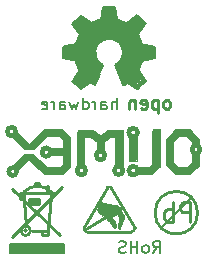
<source format=gbr>
G04 #@! TF.GenerationSoftware,KiCad,Pcbnew,5.1.0-unknown-223e24f~82~ubuntu18.04.1*
G04 #@! TF.CreationDate,2019-04-23T11:49:51+03:00*
G04 #@! TF.ProjectId,ESP32-ADF_Rev_B,45535033-322d-4414-9446-5f5265765f42,rev?*
G04 #@! TF.SameCoordinates,Original*
G04 #@! TF.FileFunction,Legend,Bot*
G04 #@! TF.FilePolarity,Positive*
%FSLAX46Y46*%
G04 Gerber Fmt 4.6, Leading zero omitted, Abs format (unit mm)*
G04 Created by KiCad (PCBNEW 5.1.0-unknown-223e24f~82~ubuntu18.04.1) date 2019-04-23 11:49:51*
%MOMM*%
%LPD*%
G04 APERTURE LIST*
%ADD10C,0.150000*%
%ADD11C,0.420000*%
%ADD12C,0.370000*%
%ADD13C,0.400000*%
%ADD14C,0.380000*%
%ADD15C,1.000000*%
%ADD16C,0.254000*%
%ADD17C,0.050000*%
%ADD18C,0.127000*%
%ADD19C,0.700000*%
%ADD20C,0.500000*%
%ADD21C,0.100000*%
%ADD22C,0.200000*%
%ADD23C,0.180000*%
G04 APERTURE END LIST*
D10*
X82460957Y-70208400D02*
X82794290Y-69732210D01*
X83032385Y-70208400D02*
X83032385Y-69208400D01*
X82651433Y-69208400D01*
X82556195Y-69256020D01*
X82508576Y-69303639D01*
X82460957Y-69398877D01*
X82460957Y-69541734D01*
X82508576Y-69636972D01*
X82556195Y-69684591D01*
X82651433Y-69732210D01*
X83032385Y-69732210D01*
X81889528Y-70208400D02*
X81984766Y-70160781D01*
X82032385Y-70113162D01*
X82080004Y-70017924D01*
X82080004Y-69732210D01*
X82032385Y-69636972D01*
X81984766Y-69589353D01*
X81889528Y-69541734D01*
X81746671Y-69541734D01*
X81651433Y-69589353D01*
X81603814Y-69636972D01*
X81556195Y-69732210D01*
X81556195Y-70017924D01*
X81603814Y-70113162D01*
X81651433Y-70160781D01*
X81746671Y-70208400D01*
X81889528Y-70208400D01*
X81127623Y-70208400D02*
X81127623Y-69208400D01*
X81127623Y-69684591D02*
X80556195Y-69684591D01*
X80556195Y-70208400D02*
X80556195Y-69208400D01*
X80127623Y-70160781D02*
X79984766Y-70208400D01*
X79746671Y-70208400D01*
X79651433Y-70160781D01*
X79603814Y-70113162D01*
X79556195Y-70017924D01*
X79556195Y-69922686D01*
X79603814Y-69827448D01*
X79651433Y-69779829D01*
X79746671Y-69732210D01*
X79937147Y-69684591D01*
X80032385Y-69636972D01*
X80080004Y-69589353D01*
X80127623Y-69494115D01*
X80127623Y-69398877D01*
X80080004Y-69303639D01*
X80032385Y-69256020D01*
X79937147Y-69208400D01*
X79699052Y-69208400D01*
X79556195Y-69256020D01*
D11*
X79966820Y-55801260D02*
X79415640Y-54378860D01*
D12*
X80312260Y-55615840D02*
X79994760Y-55821580D01*
D13*
X81102200Y-56164480D02*
X80322420Y-55633620D01*
D14*
X81678780Y-55626000D02*
X81114900Y-56164480D01*
D12*
X81663540Y-55626000D02*
X81130140Y-54792880D01*
X81488280Y-53865780D02*
X81130140Y-54749700D01*
X82466180Y-53624480D02*
X81516220Y-53842920D01*
D14*
X82456020Y-52847240D02*
X82461100Y-53634640D01*
D12*
X82468720Y-52834540D02*
X81450180Y-52654200D01*
X81419700Y-52618640D02*
X81071720Y-51752500D01*
X81648300Y-50850800D02*
X81092040Y-51701700D01*
D14*
X81658460Y-50827940D02*
X81158080Y-50294540D01*
D12*
X81109820Y-50269140D02*
X80281780Y-50921920D01*
X80220820Y-50911760D02*
X79375000Y-50505360D01*
X79115920Y-49471580D02*
X79321660Y-50485040D01*
X79123540Y-49458880D02*
X78338680Y-49458880D01*
X78356460Y-49479200D02*
X78143100Y-50497740D01*
X78143100Y-50497740D02*
X77241400Y-50947320D01*
X77228700Y-50942240D02*
X76324460Y-50307800D01*
X76324460Y-50309780D02*
X75770740Y-50855880D01*
X75770740Y-50858420D02*
X76387960Y-51648360D01*
X76387960Y-51648360D02*
X76047600Y-52585620D01*
X76047600Y-52585620D02*
X74965560Y-52814220D01*
X74965560Y-52814220D02*
X74965560Y-53649880D01*
X74965560Y-53649880D02*
X75979020Y-53820060D01*
X75979020Y-53820060D02*
X76385420Y-54731920D01*
X76334620Y-56179720D02*
X77170280Y-55613300D01*
X77170280Y-55613300D02*
X77508100Y-55798720D01*
X77508100Y-55798720D02*
X78082140Y-54358540D01*
X78071980Y-54356000D02*
G75*
G02X77701140Y-52491640I746760J1117600D01*
G01*
X77690980Y-52506880D02*
G75*
G02X79616300Y-52308760I1061720J-863600D01*
G01*
X79641700Y-52334160D02*
G75*
G02X79565500Y-54188360I-965200J-889000D01*
G01*
X76385420Y-54731920D02*
X75765660Y-55618380D01*
X76319380Y-56172100D02*
X75765660Y-55626000D01*
D10*
X79885540Y-55981600D02*
X79235300Y-54312820D01*
X80269080Y-55778400D02*
X79923640Y-55999380D01*
X80281780Y-55768240D02*
X81107280Y-56332120D01*
X81114900Y-56339740D02*
X81836260Y-55646320D01*
X81843880Y-55643780D02*
X81246980Y-54780180D01*
X82605880Y-53736240D02*
X81534000Y-53931820D01*
X82605880Y-52743100D02*
X82605880Y-53728620D01*
X82608420Y-52740560D02*
X81437480Y-52537360D01*
X81539080Y-52542440D02*
X81203800Y-51709320D01*
X81800700Y-50858420D02*
X81206340Y-51711860D01*
X81821020Y-50822860D02*
X81147920Y-50109120D01*
X81135220Y-50106580D02*
X80164940Y-50822860D01*
X80200500Y-50754280D02*
X79296260Y-50375820D01*
X79212440Y-49359820D02*
X79413100Y-50385980D01*
X79202280Y-49352200D02*
X78237080Y-49352200D01*
X78237080Y-49352200D02*
X78011020Y-50523140D01*
X78021180Y-50441860D02*
X77216000Y-50779680D01*
X77335380Y-50827940D02*
X76324460Y-50154840D01*
X76319380Y-50152300D02*
X75625960Y-50843180D01*
X75620880Y-50850800D02*
X76324460Y-51841400D01*
X76235560Y-51732180D02*
X75869800Y-52600860D01*
X74932540Y-53502560D02*
X76039980Y-53726080D01*
X74848720Y-52760880D02*
X74851260Y-53718460D01*
X75986640Y-53949600D02*
X74863960Y-53738780D01*
X75882500Y-53916580D02*
X76263500Y-54897020D01*
X75915520Y-55552340D02*
X76400660Y-56083200D01*
X76311760Y-56327040D02*
X75628500Y-55636160D01*
X77198220Y-55712360D02*
X76321920Y-56332120D01*
X76334620Y-56017160D02*
X77155040Y-55488840D01*
X77017880Y-55684420D02*
X77546200Y-56012080D01*
X77546200Y-56012080D02*
X77932280Y-55031640D01*
X77937360Y-54333140D02*
X77409040Y-55714900D01*
X82313780Y-52931060D02*
X82313780Y-53581300D01*
X82456020Y-52986940D02*
X81340960Y-52740560D01*
X80926940Y-51719480D02*
X81313020Y-52717700D01*
X80921860Y-51724560D02*
X81523840Y-50815240D01*
X81165700Y-50370740D02*
X80281780Y-51092100D01*
X77894180Y-54391560D02*
X77716380Y-54269640D01*
X77716380Y-54269640D02*
X77340460Y-53558440D01*
X77340460Y-53558440D02*
X77340460Y-53040280D01*
X77335380Y-53052980D02*
X77569060Y-52379880D01*
X77569060Y-52379880D02*
X78079600Y-51950620D01*
X78079600Y-51950620D02*
X78894940Y-51790600D01*
X78894940Y-51782980D02*
X79766160Y-52212240D01*
X79766160Y-52212240D02*
X80185260Y-52943760D01*
X80190340Y-52948840D02*
X80058260Y-53771800D01*
X80053180Y-53802280D02*
X79959200Y-53972460D01*
X80053180Y-53802280D02*
X79959200Y-53972460D01*
X79829660Y-54023260D02*
X79570580Y-54361080D01*
X79461360Y-54137560D02*
X79235300Y-54312820D01*
X77960220Y-54140100D02*
X78214220Y-54305200D01*
X78097380Y-54594760D02*
X78219300Y-54310280D01*
X80276700Y-51089560D02*
X79293720Y-50596800D01*
X79946500Y-54002940D02*
X79639160Y-54269640D01*
D15*
X80962500Y-55432960D02*
X80109060Y-54411880D01*
X81998820Y-53228240D02*
X80581500Y-53167280D01*
X81013300Y-50942240D02*
X79951580Y-52049680D01*
X78752700Y-49966880D02*
X78747620Y-51480720D01*
X76487020Y-51023520D02*
X77599540Y-52090320D01*
X75496420Y-53207920D02*
X76964540Y-53294280D01*
X80286860Y-55260240D02*
X79921100Y-54498240D01*
X80952340Y-54361080D02*
X80388460Y-53881020D01*
X81201260Y-53715920D02*
X80495140Y-53588920D01*
X80876140Y-52471320D02*
X80434180Y-52631340D01*
X80700880Y-51991260D02*
X80243680Y-52280820D01*
X79702660Y-51214020D02*
X79527400Y-51572160D01*
X79268320Y-50954940D02*
X79100680Y-51564540D01*
X78003400Y-50970180D02*
X78224380Y-51655980D01*
X77416660Y-51221640D02*
X77835760Y-51808380D01*
X76547980Y-52090320D02*
X77203300Y-52456080D01*
X76306680Y-52783740D02*
X77028040Y-52931060D01*
X77142340Y-53941980D02*
X76532740Y-54048660D01*
X77462380Y-54361080D02*
X76845160Y-54688740D01*
X77576680Y-54498240D02*
X76395580Y-55511700D01*
X77576680Y-54406800D02*
X77243940Y-55138320D01*
D16*
X78534260Y-64698880D02*
X76606400Y-68044060D01*
X80591660Y-68409820D02*
X76827380Y-68407280D01*
X80888840Y-68127880D02*
X78910180Y-64703960D01*
X78574900Y-64648080D02*
G75*
G02X78864460Y-64648080I144780J-144780D01*
G01*
X80891380Y-68163440D02*
G75*
G02X80670400Y-68404740I-231140J-10160D01*
G01*
X76819760Y-68407280D02*
G75*
G02X76596240Y-68112640I35560J259080D01*
G01*
D17*
X78534260Y-67376040D02*
X78656180Y-67464940D01*
X78656180Y-67464940D02*
X78712060Y-67513200D01*
X78712060Y-67513200D02*
X78795880Y-67607180D01*
X78872080Y-67724020D02*
X79118460Y-68140580D01*
X78795880Y-67607180D02*
X78872080Y-67724020D01*
X79118460Y-68140580D02*
X79197200Y-68127880D01*
X79199740Y-68127880D02*
X79232760Y-68107560D01*
X79237840Y-68102480D02*
X79255620Y-68080870D01*
X79255620Y-68079620D02*
X79273400Y-68031360D01*
X79273400Y-68031360D02*
X79283660Y-67957700D01*
X79283560Y-67957700D02*
X79286100Y-67830700D01*
X79286100Y-67830700D02*
X79270860Y-67696080D01*
X79270860Y-67696080D02*
X79237840Y-67574160D01*
X79237840Y-67569080D02*
X79194660Y-67480180D01*
X79194660Y-67480180D02*
X79141320Y-67401440D01*
X79141320Y-67401440D02*
X78894940Y-67177920D01*
X78897480Y-67180460D02*
X79392780Y-66875660D01*
X79392780Y-66875660D02*
X79471520Y-67015360D01*
X79471520Y-67015360D02*
X79555340Y-67139820D01*
X79555340Y-67139820D02*
X79557880Y-67198240D01*
X79560420Y-67198240D02*
X79545180Y-67266820D01*
X79545180Y-67266820D02*
X79557880Y-67553840D01*
X79557880Y-67553840D02*
X79527400Y-67612260D01*
X79527400Y-67612260D02*
X79496920Y-67696080D01*
X79496920Y-67696080D02*
X79474060Y-67820540D01*
X79474060Y-67820540D02*
X79466440Y-67932300D01*
X79466440Y-67932300D02*
X79481680Y-68046600D01*
X79481680Y-68046600D02*
X79512160Y-68115180D01*
X79512160Y-68115180D02*
X79552800Y-68148200D01*
X79552800Y-68148200D02*
X79593440Y-68158360D01*
X79593440Y-68158360D02*
X79634080Y-68143120D01*
X79639160Y-68140580D02*
X79667100Y-68110100D01*
X79667100Y-68110100D02*
X79954120Y-67294760D01*
X79956660Y-67297300D02*
X79969360Y-67236340D01*
X79969360Y-67233800D02*
X79969360Y-67119500D01*
X79969360Y-67116960D02*
X79954120Y-67025520D01*
X79954120Y-67022120D02*
X79885540Y-66882120D01*
X79885540Y-66885820D02*
X79753460Y-66682620D01*
X79555340Y-66362580D02*
X79461360Y-66243200D01*
X79461360Y-66243200D02*
X79418180Y-66197480D01*
X79415640Y-66194940D02*
X79382620Y-66172080D01*
X79382620Y-66172080D02*
X79311500Y-66151760D01*
X79311500Y-66151760D02*
X78648560Y-66062860D01*
X78648560Y-66062860D02*
X78376780Y-66014600D01*
X78374240Y-66017140D02*
X78259940Y-65968880D01*
X78259940Y-65968880D02*
X78087220Y-65859660D01*
X78082140Y-65859660D02*
X77678280Y-66558160D01*
X77678280Y-66558160D02*
X77810360Y-66680080D01*
X77812900Y-66682620D02*
X77911960Y-66824860D01*
X78018640Y-66934080D02*
X78229460Y-67132200D01*
X77906880Y-66822320D02*
X78021180Y-66936620D01*
D16*
X79405480Y-66339720D02*
X78262480Y-67005200D01*
X79199740Y-66273680D02*
X78176120Y-66911220D01*
X78927960Y-66205100D02*
X78038960Y-66779140D01*
X78625700Y-66169540D02*
X77927200Y-66629280D01*
X78361540Y-66126360D02*
X77825600Y-66512440D01*
X78206600Y-66060320D02*
X77980540Y-66250820D01*
X79308960Y-66271140D02*
X78331060Y-66126360D01*
X78122780Y-66009520D02*
X77942440Y-66306700D01*
X77947520Y-66631820D02*
X78125320Y-66852800D01*
X79639160Y-66715640D02*
X79839820Y-67091560D01*
X79484220Y-66766440D02*
X79771240Y-67205860D01*
X79867760Y-67170300D02*
X79595980Y-68003420D01*
X79672180Y-67127120D02*
X79689960Y-67528440D01*
X79689960Y-67536060D02*
X79598520Y-67861180D01*
X79143860Y-67764660D02*
X79164180Y-68013580D01*
X79070200Y-67520820D02*
X79143860Y-67764660D01*
X78714600Y-67195700D02*
X79070200Y-67520820D01*
X78966060Y-67622420D02*
X78658720Y-67297300D01*
X79164180Y-68013580D02*
X78966060Y-67622420D01*
X79839820Y-66314320D02*
X76626720Y-68254880D01*
X79626460Y-66596260D02*
X78521560Y-67261740D01*
D10*
X70353180Y-69426620D02*
X70353180Y-70188620D01*
X74925180Y-69426620D02*
X70353180Y-69426620D01*
X74925180Y-70188620D02*
X74925180Y-69426620D01*
X70353180Y-70188620D02*
X74925180Y-70188620D01*
X70403980Y-69477420D02*
X74823580Y-69477420D01*
X74874380Y-69579020D02*
X70403980Y-69579020D01*
X70403980Y-69731420D02*
X74823580Y-69731420D01*
X70403980Y-69883820D02*
X74823580Y-69883820D01*
X74874380Y-69629820D02*
X70454780Y-69629820D01*
X74874380Y-69782220D02*
X70403980Y-69782220D01*
X70454780Y-69985420D02*
X74823580Y-69985420D01*
X74874380Y-70087020D02*
X70454780Y-70087020D01*
D16*
X74719180Y-64650620D02*
X70528180Y-68841620D01*
X74592180Y-68714620D02*
X70528180Y-64777620D01*
X73576180Y-68333620D02*
X72179180Y-68333620D01*
X73576180Y-68333620D02*
X73830180Y-65285620D01*
X74084180Y-65158620D02*
X71163180Y-65158620D01*
X73068180Y-68714620D02*
X73068180Y-68460620D01*
X73576180Y-68714620D02*
X73068180Y-68714620D01*
X73576180Y-68333620D02*
X73576180Y-68714620D01*
X71671180Y-67825620D02*
X71544180Y-65793620D01*
X72072789Y-68333620D02*
G75*
G03X72072789Y-68333620I-401609J0D01*
G01*
X73449180Y-64523620D02*
X73449180Y-65031620D01*
X73576180Y-64523620D02*
X73449180Y-64523620D01*
X73576180Y-65031620D02*
X73576180Y-64523620D01*
X71163180Y-65666620D02*
X71163180Y-65158620D01*
X71544180Y-65666620D02*
X71163180Y-65666620D01*
X71544180Y-65158620D02*
X71544180Y-65666620D01*
X71417180Y-65285620D02*
X71417180Y-65412620D01*
X71417180Y-65158620D02*
X71290180Y-65539620D01*
X71417180Y-65285620D02*
X71417180Y-65412620D01*
X71290180Y-65285620D02*
X71290180Y-65666620D01*
X71417180Y-65285620D02*
X71290180Y-65285620D01*
X71417180Y-65666620D02*
X71417180Y-65285620D01*
X72814180Y-66047620D02*
X72814180Y-65666620D01*
X71925180Y-66047620D02*
X72814180Y-66047620D01*
X71925180Y-65666620D02*
X71925180Y-66047620D01*
X72814180Y-65666620D02*
X71925180Y-65666620D01*
X72687180Y-65793620D02*
X72052180Y-65793620D01*
X72433180Y-64269620D02*
X72814180Y-64269620D01*
X72433180Y-64396620D02*
X72433180Y-64269620D01*
X72814180Y-64396620D02*
X72433180Y-64396620D01*
X72814180Y-64269620D02*
X72814180Y-64396620D01*
X71544180Y-65031620D02*
G75*
G02X73830180Y-65031620I1143000J-1143000D01*
G01*
D18*
X71798180Y-68333620D02*
G75*
G03X71798180Y-68333620I-127000J0D01*
G01*
D13*
X86430747Y-61468000D02*
G75*
G03X86430747Y-61468000I-337447J0D01*
G01*
D19*
X86106000Y-60693300D02*
X85598000Y-60185300D01*
X84505800Y-60109100D02*
X83870800Y-60718700D01*
X83896200Y-62674500D02*
X84455000Y-63258700D01*
X82270600Y-63271400D02*
X82727800Y-62814200D01*
X81284800Y-63271400D02*
X82270600Y-63271400D01*
D13*
X81138324Y-63246000D02*
G75*
G03X81138324Y-63246000I-366324J0D01*
G01*
D19*
X80772000Y-60553600D02*
X80772000Y-62153800D01*
D13*
X81132818Y-60020200D02*
G75*
G03X81132818Y-60020200I-373518J0D01*
G01*
X79899759Y-63220600D02*
G75*
G03X79899759Y-63220600I-359659J0D01*
G01*
D19*
X79552800Y-62712600D02*
X79552800Y-60121800D01*
X79552800Y-60121800D02*
X78714600Y-60121800D01*
X78714600Y-60121800D02*
X78105000Y-60629800D01*
X78003400Y-61417200D02*
X78003400Y-60706000D01*
X77927200Y-60629800D02*
X77292200Y-60121800D01*
D13*
X78374318Y-61950600D02*
G75*
G03X78374318Y-61950600I-370918J0D01*
G01*
D19*
X77292200Y-60121800D02*
X76403200Y-60121800D01*
D13*
X76753729Y-63233300D02*
G75*
G03X76753729Y-63233300I-363229J0D01*
G01*
X70890666Y-63322200D02*
G75*
G03X70890666Y-63322200I-329466J0D01*
G01*
D19*
X70891400Y-62966600D02*
X71729600Y-62153800D01*
D20*
X72237600Y-62052200D02*
X71704200Y-62052200D01*
D19*
X73380600Y-63271400D02*
X72237600Y-62153800D01*
X74701400Y-63271400D02*
X73380600Y-63271400D01*
X75133200Y-62839600D02*
X74701400Y-63271400D01*
X75133200Y-60604400D02*
X75133200Y-62839600D01*
X75133200Y-60579000D02*
X74650600Y-60071000D01*
X74602500Y-60096400D02*
X73380600Y-60096400D01*
X73380600Y-60096400D02*
X72288400Y-61163200D01*
D20*
X72263000Y-61277500D02*
X71704200Y-61277500D01*
D19*
X70840600Y-60286900D02*
X71704200Y-61180600D01*
D13*
X70831735Y-59931300D02*
G75*
G03X70831735Y-59931300I-359435J0D01*
G01*
D19*
X73914000Y-61671200D02*
X75133200Y-61671200D01*
D13*
X73765659Y-61671200D02*
G75*
G03X73765659Y-61671200I-359659J0D01*
G01*
D19*
X85534500Y-63284100D02*
X84493100Y-63284100D01*
X86093300Y-62725300D02*
X86093300Y-61963300D01*
X86106000Y-62712600D02*
X85521800Y-63284100D01*
X86106000Y-60744100D02*
X86106000Y-60985400D01*
X83883500Y-60706000D02*
X83883500Y-62636400D01*
X84505800Y-60096400D02*
X85509100Y-60096400D01*
X76390500Y-60109100D02*
X76390500Y-62712600D01*
X82727800Y-62826900D02*
X82727800Y-60096400D01*
D21*
X82727800Y-59753500D02*
X83007200Y-59753500D01*
X83032600Y-59753500D02*
X83032600Y-62903100D01*
X83019900Y-59753500D02*
X83032600Y-59753500D01*
X83007200Y-59753500D02*
X83019900Y-59753500D01*
X82892900Y-59842400D02*
X82956400Y-59829700D01*
X82410300Y-59753500D02*
X82410300Y-62788800D01*
X82715100Y-59753500D02*
X82410300Y-59753500D01*
X82588100Y-59829700D02*
X82473800Y-59829700D01*
X81089500Y-60439300D02*
X81089500Y-62458600D01*
X80454500Y-62458600D02*
X80454500Y-60439300D01*
X80479900Y-62458600D02*
X80454500Y-62458600D01*
X81089500Y-62458600D02*
X80479900Y-62458600D01*
X80949800Y-62395100D02*
X81013300Y-62395100D01*
X80606900Y-62395100D02*
X80518000Y-62395100D01*
X79870300Y-62801500D02*
X79870300Y-59817000D01*
X78625700Y-59804300D02*
X78041500Y-60286900D01*
X79870300Y-59804300D02*
X78625700Y-59804300D01*
X79717900Y-59867800D02*
X79794100Y-59867800D01*
X76060300Y-62826900D02*
X76060300Y-59817000D01*
X77381100Y-59804300D02*
X78003400Y-60299600D01*
X77355700Y-59804300D02*
X77381100Y-59804300D01*
X76060300Y-59804300D02*
X77355700Y-59804300D01*
X76060300Y-59817000D02*
X76060300Y-59804300D01*
X76212700Y-59880500D02*
X76111100Y-59880500D01*
X73266300Y-59766200D02*
X72009000Y-61010800D01*
X73317100Y-59766200D02*
X73266300Y-59766200D01*
X74688700Y-59766200D02*
X73317100Y-59766200D01*
D16*
X86224217Y-66807080D02*
G75*
G03X86224217Y-66807080I-1802237J0D01*
G01*
D22*
X83261200Y-67970400D02*
X85694520Y-65549780D01*
D16*
X83686298Y-58013379D02*
X83791060Y-57960998D01*
X83843440Y-57908617D01*
X83895821Y-57803855D01*
X83895821Y-57489569D01*
X83843440Y-57384807D01*
X83791060Y-57332426D01*
X83686298Y-57280045D01*
X83529155Y-57280045D01*
X83424393Y-57332426D01*
X83372012Y-57384807D01*
X83319631Y-57489569D01*
X83319631Y-57803855D01*
X83372012Y-57908617D01*
X83424393Y-57960998D01*
X83529155Y-58013379D01*
X83686298Y-58013379D01*
X82848202Y-57280045D02*
X82848202Y-58380045D01*
X82848202Y-57332426D02*
X82743440Y-57280045D01*
X82533917Y-57280045D01*
X82429155Y-57332426D01*
X82376774Y-57384807D01*
X82324393Y-57489569D01*
X82324393Y-57803855D01*
X82376774Y-57908617D01*
X82429155Y-57960998D01*
X82533917Y-58013379D01*
X82743440Y-58013379D01*
X82848202Y-57960998D01*
X81433917Y-57960998D02*
X81538679Y-58013379D01*
X81748202Y-58013379D01*
X81852964Y-57960998D01*
X81905345Y-57856236D01*
X81905345Y-57437188D01*
X81852964Y-57332426D01*
X81748202Y-57280045D01*
X81538679Y-57280045D01*
X81433917Y-57332426D01*
X81381536Y-57437188D01*
X81381536Y-57541950D01*
X81905345Y-57646712D01*
X80910107Y-57280045D02*
X80910107Y-58013379D01*
X80910107Y-57384807D02*
X80857726Y-57332426D01*
X80752964Y-57280045D01*
X80595821Y-57280045D01*
X80491060Y-57332426D01*
X80438679Y-57437188D01*
X80438679Y-58013379D01*
D23*
X79370797Y-58059580D02*
X79370797Y-57059580D01*
X78942225Y-58059580D02*
X78942225Y-57535771D01*
X78989844Y-57440533D01*
X79085082Y-57392914D01*
X79227940Y-57392914D01*
X79323178Y-57440533D01*
X79370797Y-57488152D01*
X78037463Y-58059580D02*
X78037463Y-57535771D01*
X78085082Y-57440533D01*
X78180320Y-57392914D01*
X78370797Y-57392914D01*
X78466035Y-57440533D01*
X78037463Y-58011961D02*
X78132701Y-58059580D01*
X78370797Y-58059580D01*
X78466035Y-58011961D01*
X78513654Y-57916723D01*
X78513654Y-57821485D01*
X78466035Y-57726247D01*
X78370797Y-57678628D01*
X78132701Y-57678628D01*
X78037463Y-57631009D01*
X77561273Y-58059580D02*
X77561273Y-57392914D01*
X77561273Y-57583390D02*
X77513654Y-57488152D01*
X77466035Y-57440533D01*
X77370797Y-57392914D01*
X77275559Y-57392914D01*
X76513654Y-58059580D02*
X76513654Y-57059580D01*
X76513654Y-58011961D02*
X76608892Y-58059580D01*
X76799368Y-58059580D01*
X76894606Y-58011961D01*
X76942225Y-57964342D01*
X76989844Y-57869104D01*
X76989844Y-57583390D01*
X76942225Y-57488152D01*
X76894606Y-57440533D01*
X76799368Y-57392914D01*
X76608892Y-57392914D01*
X76513654Y-57440533D01*
X76132701Y-57392914D02*
X75942225Y-58059580D01*
X75751749Y-57583390D01*
X75561273Y-58059580D01*
X75370797Y-57392914D01*
X74561273Y-58059580D02*
X74561273Y-57535771D01*
X74608892Y-57440533D01*
X74704130Y-57392914D01*
X74894606Y-57392914D01*
X74989844Y-57440533D01*
X74561273Y-58011961D02*
X74656511Y-58059580D01*
X74894606Y-58059580D01*
X74989844Y-58011961D01*
X75037463Y-57916723D01*
X75037463Y-57821485D01*
X74989844Y-57726247D01*
X74894606Y-57678628D01*
X74656511Y-57678628D01*
X74561273Y-57631009D01*
X74085082Y-58059580D02*
X74085082Y-57392914D01*
X74085082Y-57583390D02*
X74037463Y-57488152D01*
X73989844Y-57440533D01*
X73894606Y-57392914D01*
X73799368Y-57392914D01*
X73085082Y-58011961D02*
X73180320Y-58059580D01*
X73370797Y-58059580D01*
X73466035Y-58011961D01*
X73513654Y-57916723D01*
X73513654Y-57535771D01*
X73466035Y-57440533D01*
X73370797Y-57392914D01*
X73180320Y-57392914D01*
X73085082Y-57440533D01*
X73037463Y-57535771D01*
X73037463Y-57631009D01*
X73513654Y-57726247D01*
D16*
X85610248Y-67596447D02*
X85610248Y-65896447D01*
X85038820Y-65896447D01*
X84895962Y-65977400D01*
X84824534Y-66058352D01*
X84753105Y-66220257D01*
X84753105Y-66463114D01*
X84824534Y-66625019D01*
X84895962Y-66705971D01*
X85038820Y-66786923D01*
X85610248Y-66786923D01*
X84110248Y-67596447D02*
X84110248Y-65896447D01*
X84110248Y-66544066D02*
X83967391Y-66463114D01*
X83681677Y-66463114D01*
X83538820Y-66544066D01*
X83467391Y-66625019D01*
X83395962Y-66786923D01*
X83395962Y-67272638D01*
X83467391Y-67434542D01*
X83538820Y-67515495D01*
X83681677Y-67596447D01*
X83967391Y-67596447D01*
X84110248Y-67515495D01*
M02*

</source>
